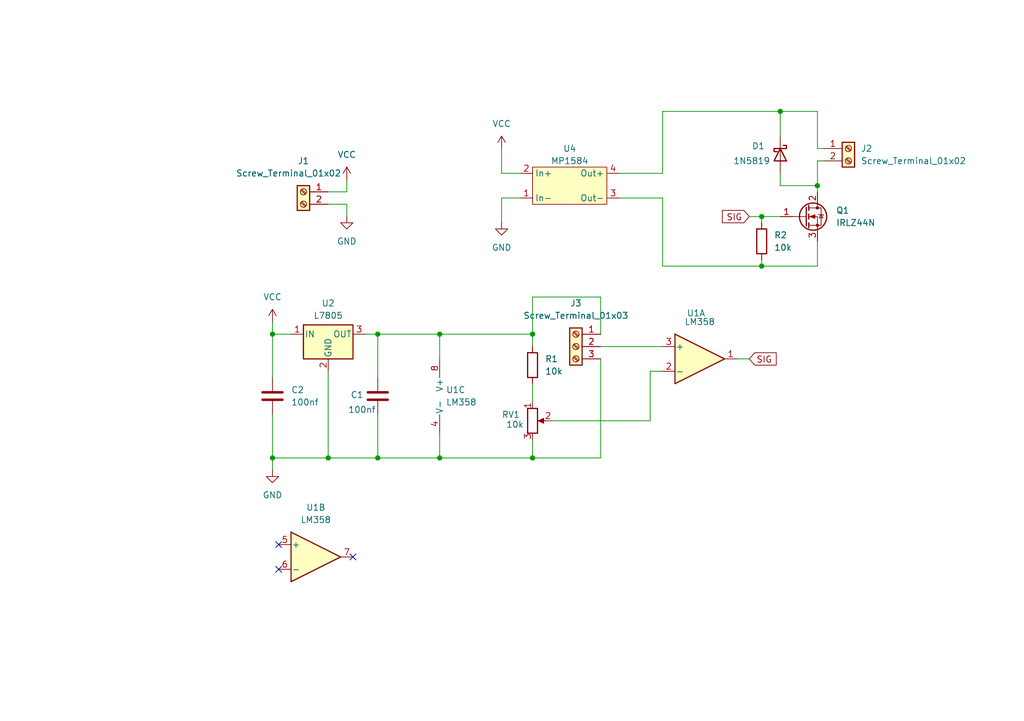
<source format=kicad_sch>
(kicad_sch (version 20231120) (generator "eeschema") (generator_version "8.0")
  (paper "A5")
  (title_block (title "Magnetic Levitator") (date "2024-05-29") (rev "1.0") (comment 1 "by: Steven and Nicholas") (comment 2 "tested") (comment 3 "1x3 screw terminal is for SS49e linear hall effect sensor") (comment 4 "screw terminals J2 & J3 replaced with JST EH connectors"))
  (lib_symbols
    (symbol "Amplifier_Operational:LM358" (pin_names (offset 0.127))
      (property "Reference" "U" (at 0 5.08 0))
      (property "Value" "LM358" (at 0 -5.08 0))
      (symbol "LM358_1_1"
        (polyline (pts (xy -5.08 5.08) (xy 5.08 0) (xy -5.08 -5.08) (xy -5.08 5.08)) (stroke (width 0.254)) (fill (type background)))
        (pin output line (at 7.62 0 180) (length 2.54) (name "~") (number "1"))
        (pin input line (at -7.62 -2.54 0) (length 2.54) (name "-") (number "2"))
        (pin input line (at -7.62 2.54 0) (length 2.54) (name "+") (number "3"))
      )
      (symbol "LM358_2_1"
        (polyline (pts (xy -5.08 5.08) (xy 5.08 0) (xy -5.08 -5.08) (xy -5.08 5.08)) (stroke (width 0.254)) (fill (type background)))
        (pin input line (at -7.62 2.54 0) (length 2.54) (name "+") (number "5"))
        (pin input line (at -7.62 -2.54 0) (length 2.54) (name "-") (number "6"))
        (pin output line (at 7.62 0 180) (length 2.54) (name "~") (number "7"))
      )
      (symbol "LM358_3_1"
        (pin power_in line (at -2.54 -7.62 90) (length 3.81) (name "V-") (number "4"))
        (pin power_in line (at -2.54 7.62 270) (length 3.81) (name "V+") (number "8"))
      )
    )
    (symbol "Connector:Screw_Terminal_01x02" (pin_names (offset 1.016) hide)
      (property "Reference" "J" (at 0 2.54 0))
      (property "Value" "Screw_Terminal_01x02" (at 0 -5.08 0))
      (symbol "Screw_Terminal_01x02_1_1"
        (rectangle (start -1.27 1.27) (end 1.27 -3.81) (stroke (width 0.254)) (fill (type background)))
        (circle (center 0 -2.54) (radius 0.635) (stroke (width 0.1524)))
        (polyline (pts (xy -0.5334 -2.2098) (xy 0.3302 -3.048)) (stroke (width 0.1524)))
        (polyline (pts (xy -0.5334 0.3302) (xy 0.3302 -0.508)) (stroke (width 0.1524)))
        (polyline (pts (xy -0.3556 -2.032) (xy 0.508 -2.8702)) (stroke (width 0.1524)))
        (polyline (pts (xy -0.3556 0.508) (xy 0.508 -0.3302)) (stroke (width 0.1524)))
        (circle (center 0 0) (radius 0.635) (stroke (width 0.1524)))
        (pin passive line (at -5.08 0 0) (length 3.81) (name "Pin_1") (number "1"))
        (pin passive line (at -5.08 -2.54 0) (length 3.81) (name "Pin_2") (number "2"))
      )
    )
    (symbol "Connector:Screw_Terminal_01x03" (pin_names (offset 1.016) hide)
      (property "Reference" "J3" (at 0 -8.89 0))
      (property "Value" "Screw_Terminal_01x03" (at 0 -6.35 0))
      (symbol "Screw_Terminal_01x03_1_1"
        (rectangle (start -1.27 3.81) (end 1.27 -3.81) (stroke (width 0.254)) (fill (type background)))
        (circle (center 0 -2.54) (radius 0.635) (stroke (width 0.1524)))
        (polyline (pts (xy -0.5334 -2.2098) (xy 0.3302 -3.048)) (stroke (width 0.1524)))
        (polyline (pts (xy -0.5334 0.3302) (xy 0.3302 -0.508)) (stroke (width 0.1524)))
        (polyline (pts (xy -0.5334 2.8702) (xy 0.3302 2.032)) (stroke (width 0.1524)))
        (polyline (pts (xy -0.3556 -2.032) (xy 0.508 -2.8702)) (stroke (width 0.1524)))
        (polyline (pts (xy -0.3556 0.508) (xy 0.508 -0.3302)) (stroke (width 0.1524)))
        (polyline (pts (xy -0.3556 3.048) (xy 0.508 2.2098)) (stroke (width 0.1524)))
        (circle (center 0 0) (radius 0.635) (stroke (width 0.1524)))
        (circle (center 0 2.54) (radius 0.635) (stroke (width 0.1524)))
        (pin passive line (at -5.08 -2.54 0) (length 3.81) (name "Pin_3") (number "1"))
        (pin passive line (at -5.08 0 0) (length 3.81) (name "Pin_2") (number "2"))
        (pin passive line (at -5.08 2.54 0) (length 3.81) (name "Pin_1") (number "3"))
      )
    )
    (symbol "Converters_Voltage:MP1584"
      (property "Reference" "U" (at 0 6.604 0))
      (symbol "MP1584_1_1"
        (rectangle (start -7.62 3.81) (end 7.62 -3.81) (fill (type background)))
        (pin input line (at -10.16 -2.54 0) (length 2.54) (name "In-") (number "1"))
        (pin input line (at -10.16 2.54 0) (length 2.54) (name "In+") (number "2"))
        (pin output line (at 10.16 -2.54 180) (length 2.54) (name "Out-") (number "3"))
        (pin output line (at 10.16 2.54 180) (length 2.54) (name "Out+") (number "4"))
      )
    )
    (symbol "Device:C" (pin_numbers hide) (pin_names (offset 0.254))
      (property "Reference" "C" (at 0.635 2.54 0))
      (property "Value" "C" (at 0.635 -2.54 0))
      (symbol "C_0_1"
        (polyline (pts (xy -2.032 -0.762) (xy 2.032 -0.762)) (stroke (width 0.508)))
        (polyline (pts (xy -2.032 0.762) (xy 2.032 0.762)) (stroke (width 0.508)))
      )
      (symbol "C_1_1"
        (pin passive line (at 0 3.81 270) (length 2.794) (name "~") (number "1"))
        (pin passive line (at 0 -3.81 90) (length 2.794) (name "~") (number "2"))
      )
    )
    (symbol "Device:R" (pin_numbers hide) (pin_names (offset 0))
      (property "Reference" "R" (at 2.032 0 90))
      (property "Value" "R" (at 0 0 90))
      (symbol "R_0_1"
        (rectangle (start -1.016 -2.54) (end 1.016 2.54) (stroke (width 0.254)))
      )
      (symbol "R_1_1"
        (pin passive line (at 0 3.81 270) (length 1.27) (name "~") (number "1"))
        (pin passive line (at 0 -3.81 90) (length 1.27) (name "~") (number "2"))
      )
    )
    (symbol "Device:R_Potentiometer" (pin_names (offset 1.016) hide)
      (property "Reference" "RV" (at -4.445 0 90))
      (property "Value" "R_Potentiometer" (at -2.54 0 90))
      (symbol "R_Potentiometer_0_1"
        (polyline (pts (xy 2.54 0) (xy 1.524 0)))
        (polyline (pts (xy 1.143 0) (xy 2.286 0.508) (xy 2.286 -0.508) (xy 1.143 0)) (fill (type outline)))
        (rectangle (start 1.016 2.54) (end -1.016 -2.54) (stroke (width 0.254)))
      )
      (symbol "R_Potentiometer_1_1"
        (pin passive line (at 0 3.81 270) (length 1.27) (name "1") (number "1"))
        (pin passive line (at 3.81 0 180) (length 1.27) (name "2") (number "2"))
        (pin passive line (at 0 -3.81 90) (length 1.27) (name "3") (number "3"))
      )
    )
    (symbol "Diode:1N5819" (pin_numbers hide) (pin_names (offset 1.016) hide)
      (property "Reference" "D" (at 0 2.54 0))
      (property "Value" "1N5819" (at 0 -2.54 0))
      (symbol "1N5819_0_1"
        (polyline (pts (xy 1.27 0) (xy -1.27 0)))
        (polyline (pts (xy 1.27 1.27) (xy 1.27 -1.27) (xy -1.27 0) (xy 1.27 1.27)) (stroke (width 0.254)))
        (polyline (pts (xy -1.905 0.635) (xy -1.905 1.27) (xy -1.27 1.27) (xy -1.27 -1.27) (xy -0.635 -1.27) (xy -0.635 -0.635)) (stroke (width 0.254)))
      )
      (symbol "1N5819_1_1"
        (pin passive line (at -3.81 0 0) (length 2.54) (name "K") (number "1"))
        (pin passive line (at 3.81 0 180) (length 2.54) (name "A") (number "2"))
      )
    )
    (symbol "Regulator_Linear:L7805" (pin_names (offset 0.254))
      (property "Reference" "U" (at -3.81 3.175 0))
      (property "Value" "L7805" (at 0 3.175 0))
      (symbol "L7805_0_1"
        (rectangle (start -5.08 1.905) (end 5.08 -5.08) (stroke (width 0.254)) (fill (type background)))
      )
      (symbol "L7805_1_1"
        (pin power_in line (at -7.62 0 0) (length 2.54) (name "IN") (number "1"))
        (pin power_in line (at 0 -7.62 90) (length 2.54) (name "GND") (number "2"))
        (pin power_out line (at 7.62 0 180) (length 2.54) (name "OUT") (number "3"))
      )
    )
    (symbol "Screw_Terminal_01x02_1" (pin_names (offset 1.016) hide)
      (property "Reference" "J1" (at 0 -8.89 0))
      (property "Value" "Screw_Terminal_01x02" (at 3.048 -6.35 0))
      (symbol "Screw_Terminal_01x02_1_1_1"
        (rectangle (start -1.27 1.27) (end 1.27 -3.81) (stroke (width 0.254)) (fill (type background)))
        (circle (center 0 -2.54) (radius 0.635) (stroke (width 0.1524)))
        (polyline (pts (xy -0.5334 -2.2098) (xy 0.3302 -3.048)) (stroke (width 0.1524)))
        (polyline (pts (xy -0.5334 0.3302) (xy 0.3302 -0.508)) (stroke (width 0.1524)))
        (polyline (pts (xy -0.3556 -2.032) (xy 0.508 -2.8702)) (stroke (width 0.1524)))
        (polyline (pts (xy -0.3556 0.508) (xy 0.508 -0.3302)) (stroke (width 0.1524)))
        (circle (center 0 0) (radius 0.635) (stroke (width 0.1524)))
        (pin passive line (at -5.08 -2.54 0) (length 3.81) (name "Pin_2") (number "1"))
        (pin passive line (at -5.08 0 0) (length 3.81) (name "Pin_1") (number "2"))
      )
    )
    (symbol "Transistor_FET:IRLZ44N" (pin_names hide)
      (property "Reference" "Q" (at 5.08 1.905 0))
      (property "Value" "IRLZ44N" (at 5.08 0 0))
      (symbol "IRLZ44N_0_1"
        (polyline (pts (xy 0.254 0) (xy -2.54 0)))
        (polyline (pts (xy 0.254 1.905) (xy 0.254 -1.905)) (stroke (width 0.254)))
        (polyline (pts (xy 0.762 -1.27) (xy 0.762 -2.286)) (stroke (width 0.254)))
        (polyline (pts (xy 0.762 0.508) (xy 0.762 -0.508)) (stroke (width 0.254)))
        (polyline (pts (xy 0.762 2.286) (xy 0.762 1.27)) (stroke (width 0.254)))
        (polyline (pts (xy 2.54 2.54) (xy 2.54 1.778)))
        (polyline (pts (xy 2.54 -2.54) (xy 2.54 0) (xy 0.762 0)))
        (polyline (pts (xy 0.762 -1.778) (xy 3.302 -1.778) (xy 3.302 1.778) (xy 0.762 1.778)))
        (polyline (pts (xy 1.016 0) (xy 2.032 0.381) (xy 2.032 -0.381) (xy 1.016 0)) (fill (type outline)))
        (polyline (pts (xy 2.794 0.508) (xy 2.921 0.381) (xy 3.683 0.381) (xy 3.81 0.254)))
        (polyline (pts (xy 3.302 0.381) (xy 2.921 -0.254) (xy 3.683 -0.254) (xy 3.302 0.381)))
        (circle (center 1.651 0) (radius 2.794) (stroke (width 0.254)))
        (circle (center 2.54 -1.778) (radius 0.254) (fill (type outline)))
        (circle (center 2.54 1.778) (radius 0.254) (fill (type outline)))
      )
      (symbol "IRLZ44N_1_1"
        (pin input line (at -5.08 0 0) (length 2.54) (name "G") (number "1"))
        (pin passive line (at 2.54 5.08 270) (length 2.54) (name "D") (number "2"))
        (pin passive line (at 2.54 -5.08 90) (length 2.54) (name "S") (number "3"))
      )
    )
    (symbol "power:GND" (power) (pin_numbers hide) (pin_names (offset 0) hide)
      (property "Value" "GND" (at 0 -3.81 0))
      (symbol "GND_0_1"
        (polyline (pts (xy 0 0) (xy 0 -1.27) (xy 1.27 -1.27) (xy 0 -2.54) (xy -1.27 -1.27) (xy 0 -1.27)))
      )
      (symbol "GND_1_1"
        (pin power_in line (at 0 0 270) (length 0) (name "~") (number "1"))
      )
    )
    (symbol "power:VCC" (power) (pin_numbers hide) (pin_names (offset 0) hide)
      (property "Value" "VCC" (at 0 3.556 0))
      (symbol "VCC_0_1"
        (polyline (pts (xy -0.762 1.27) (xy 0 2.54)))
        (polyline (pts (xy 0 0) (xy 0 2.54)))
        (polyline (pts (xy 0 2.54) (xy 0.762 1.27)))
      )
      (symbol "VCC_1_1"
        (pin power_in line (at 0 0 90) (length 0) (name "~") (number "1"))
      )
    )
  )
  (junction (at 160.02 22.86))
  (junction (at 109.22 93.98))
  (junction (at 156.21 54.61))
  (junction (at 109.22 68.58))
  (junction (at 90.17 68.58))
  (junction (at 167.64 38.1))
  (junction (at 77.47 93.98))
  (junction (at 55.88 93.98))
  (junction (at 55.88 68.58))
  (junction (at 156.21 44.45))
  (junction (at 90.17 93.98))
  (junction (at 67.31 93.98))
  (junction (at 77.47 68.58))
  (no_connect (at 57.15 111.76))
  (no_connect (at 57.15 116.84))
  (no_connect (at 72.39 114.3))
  (wire (pts (xy 102.87 40.64) (xy 106.68 40.64)))
  (wire (pts (xy 109.22 60.96) (xy 109.22 68.58)))
  (wire (pts (xy 156.21 54.61) (xy 167.64 54.61)))
  (wire (pts (xy 77.47 68.58) (xy 74.93 68.58)))
  (wire (pts (xy 160.02 22.86) (xy 167.64 22.86)))
  (wire (pts (xy 123.19 73.66) (xy 123.19 93.98)))
  (wire (pts (xy 151.13 73.66) (xy 153.67 73.66)))
  (wire (pts (xy 55.88 93.98) (xy 67.31 93.98)))
  (wire (pts (xy 71.12 39.37) (xy 67.31 39.37)))
  (wire (pts (xy 77.47 68.58) (xy 77.47 77.47)))
  (wire (pts (xy 90.17 88.9) (xy 90.17 93.98)))
  (wire (pts (xy 67.31 41.91) (xy 71.12 41.91)))
  (wire (pts (xy 160.02 35.56) (xy 160.02 38.1)))
  (wire (pts (xy 160.02 38.1) (xy 167.64 38.1)))
  (wire (pts (xy 77.47 85.09) (xy 77.47 93.98)))
  (wire (pts (xy 113.03 86.36) (xy 133.35 86.36)))
  (wire (pts (xy 109.22 78.74) (xy 109.22 82.55)))
  (wire (pts (xy 55.88 85.09) (xy 55.88 93.98)))
  (wire (pts (xy 156.21 44.45) (xy 160.02 44.45)))
  (wire (pts (xy 133.35 76.2) (xy 135.89 76.2)))
  (wire (pts (xy 55.88 66.04) (xy 55.88 68.58)))
  (wire (pts (xy 102.87 40.64) (xy 102.87 45.72)))
  (wire (pts (xy 55.88 96.52) (xy 55.88 93.98)))
  (wire (pts (xy 167.64 39.37) (xy 167.64 38.1)))
  (wire (pts (xy 67.31 76.2) (xy 67.31 93.98)))
  (wire (pts (xy 133.35 86.36) (xy 133.35 76.2)))
  (wire (pts (xy 135.89 35.56) (xy 127 35.56)))
  (wire (pts (xy 109.22 90.17) (xy 109.22 93.98)))
  (wire (pts (xy 135.89 54.61) (xy 156.21 54.61)))
  (wire (pts (xy 90.17 93.98) (xy 77.47 93.98)))
  (wire (pts (xy 123.19 71.12) (xy 135.89 71.12)))
  (wire (pts (xy 77.47 68.58) (xy 90.17 68.58)))
  (wire (pts (xy 55.88 68.58) (xy 59.69 68.58)))
  (wire (pts (xy 109.22 68.58) (xy 109.22 71.12)))
  (wire (pts (xy 153.67 44.45) (xy 156.21 44.45)))
  (wire (pts (xy 167.64 22.86) (xy 167.64 30.48)))
  (wire (pts (xy 123.19 60.96) (xy 109.22 60.96)))
  (wire (pts (xy 168.91 30.48) (xy 167.64 30.48)))
  (wire (pts (xy 135.89 22.86) (xy 160.02 22.86)))
  (wire (pts (xy 135.89 22.86) (xy 135.89 35.56)))
  (wire (pts (xy 71.12 41.91) (xy 71.12 44.45)))
  (wire (pts (xy 123.19 93.98) (xy 109.22 93.98)))
  (wire (pts (xy 102.87 35.56) (xy 106.68 35.56)))
  (wire (pts (xy 168.91 33.02) (xy 167.64 33.02)))
  (wire (pts (xy 109.22 93.98) (xy 90.17 93.98)))
  (wire (pts (xy 160.02 22.86) (xy 160.02 27.94)))
  (wire (pts (xy 135.89 40.64) (xy 135.89 54.61)))
  (wire (pts (xy 156.21 44.45) (xy 156.21 45.72)))
  (wire (pts (xy 67.31 93.98) (xy 77.47 93.98)))
  (wire (pts (xy 167.64 33.02) (xy 167.64 38.1)))
  (wire (pts (xy 90.17 68.58) (xy 90.17 73.66)))
  (wire (pts (xy 71.12 36.83) (xy 71.12 39.37)))
  (wire (pts (xy 55.88 68.58) (xy 55.88 77.47)))
  (wire (pts (xy 123.19 60.96) (xy 123.19 68.58)))
  (wire (pts (xy 156.21 53.34) (xy 156.21 54.61)))
  (wire (pts (xy 167.64 49.53) (xy 167.64 54.61)))
  (wire (pts (xy 127 40.64) (xy 135.89 40.64)))
  (wire (pts (xy 90.17 68.58) (xy 109.22 68.58)))
  (wire (pts (xy 102.87 30.48) (xy 102.87 35.56)))
  (global_label "SIG" (shape input) (at 153.67 73.66 0) (property "Intersheetrefs" "${INTERSHEET_REFS}" (effects (hide yes))))
  (global_label "SIG" (shape input) (at 153.67 44.45 180) (property "Intersheetrefs" "${INTERSHEET_REFS}" (effects (hide yes))))
  (symbol (lib_id "power:GND") (at 71.12 44.45 0) (unit 1)
    (property "Reference" "#PWR02" (effects (hide yes)))
    (property "Value" "GND" (at 71.12 49.53 0))
    (property "Description" "Power symbol creates a global label with name \"GND\" , ground" (effects (hide yes)))
  )
  (symbol (lib_id "power:VCC") (at 102.87 30.48 0) (unit 1)
    (property "Reference" "#PWR05" (effects (hide yes)))
    (property "Value" "VCC" (at 102.87 25.4 0))
    (property "Description" "Power symbol creates a global label with name \"VCC\"" (effects (hide yes)))
  )
  (symbol (lib_id "Amplifier_Operational:LM358") (at 64.77 114.3 0) (unit 2)
    (property "Reference" "U1" (at 64.77 104.14 0))
    (property "Value" "LM358" (at 64.77 106.68 0))
    (property "Footprint" "Package_DIP:DIP-8_W7.62mm_LongPads" (effects (hide yes)))
    (property "Datasheet" "http://www.ti.com/lit/ds/symlink/lm2904-n.pdf" (effects (hide yes)))
    (property "Description" "Low-Power, Dual Operational Amplifiers, DIP-8/SOIC-8/TO-99-8" (effects (hide yes)))
  )
  (symbol (lib_id "Connector:Screw_Terminal_01x03") (at 118.11 71.12 180) (unit 1)
    (property "Reference" "J3" (at 118.11 62.23 0))
    (property "Value" "Screw_Terminal_01x03" (at 118.11 64.77 0))
    (property "Footprint" "Connector_JST:JST_EH_B3B-EH-A_1x03_P2.50mm_Vertical" (effects (hide yes)))
    (property "Description" "Generic screw terminal, single row, 01x03, script generated (kicad-library-utils/schlib/autogen/connector/)" (effects (hide yes)))
  )
  (symbol (lib_id "Device:C") (at 55.88 81.28 0) (unit 1)
    (property "Reference" "C2" (at 59.69 80.0099 0) (effects (justify left)))
    (property "Value" "100nf" (at 59.69 82.5499 0) (effects (justify left)))
    (property "Footprint" "Capacitor_SMD:C_1206_3216Metric_Pad1.33x1.80mm_HandSolder" (effects (hide yes)))
    (property "Description" "Unpolarized capacitor" (effects (hide yes)))
  )
  (symbol (lib_id "Diode:1N5819") (at 160.02 31.75 270) (unit 1)
    (property "Reference" "D1" (at 154.178 29.972 90) (effects (justify left)))
    (property "Value" "1N5819" (at 150.368 33.02 90) (effects (justify left)))
    (property "Footprint" "Diode_THT:D_DO-41_SOD81_P10.16mm_Horizontal" (effects (hide yes)))
    (property "Datasheet" "http://www.vishay.com/docs/88525/1n5817.pdf" (effects (hide yes)))
    (property "Description" "40V 1A Schottky Barrier Rectifier Diode, DO-41" (effects (hide yes)))
  )
  (symbol (lib_id "Device:R_Potentiometer") (at 109.22 86.36 0) (unit 1)
    (property "Reference" "RV1" (at 106.68 85.0899 0) (effects (justify right)))
    (property "Value" "10k" (at 107.442 87.122 0) (effects (justify right)))
    (property "Footprint" "Potentiometer_THT:Potentiometer_Bourns_3296W_Vertical" (effects (hide yes)))
    (property "Description" "Potentiometer" (effects (hide yes)))
  )
  (symbol (lib_id "Device:R") (at 109.22 74.93 0) (unit 1)
    (property "Reference" "R1" (at 111.76 73.6599 0) (effects (justify left)))
    (property "Value" "10k" (at 111.76 76.1999 0) (effects (justify left)))
    (property "Footprint" "Resistor_SMD:R_0805_2012Metric_Pad1.20x1.40mm_HandSolder" (effects (hide yes)))
    (property "Description" "Resistor" (effects (hide yes)))
  )
  (symbol (lib_id "power:GND") (at 55.88 96.52 0) (unit 1)
    (property "Reference" "#PWR03" (effects (hide yes)))
    (property "Value" "GND" (at 55.88 101.6 0))
    (property "Description" "Power symbol creates a global label with name \"GND\" , ground" (effects (hide yes)))
  )
  (symbol (lib_id "Device:R") (at 156.21 49.53 0) (unit 1)
    (property "Reference" "R2" (at 158.75 48.2599 0) (effects (justify left)))
    (property "Value" "10k" (at 158.75 50.7999 0) (effects (justify left)))
    (property "Footprint" "Resistor_SMD:R_0805_2012Metric_Pad1.20x1.40mm_HandSolder" (effects (hide yes)))
    (property "Description" "Resistor" (effects (hide yes)))
  )
  (symbol (lib_id "Connector:Screw_Terminal_01x02") (at 173.99 30.48 0) (unit 1)
    (property "Reference" "J2" (at 176.53 30.4799 0) (effects (justify left)))
    (property "Value" "Screw_Terminal_01x02" (at 176.53 33.0199 0) (effects (justify left)))
    (property "Footprint" "Connector_JST:JST_EH_B2B-EH-A_1x02_P2.50mm_Vertical" (effects (hide yes)))
    (property "Description" "Generic screw terminal, single row, 01x02, script generated (kicad-library-utils/schlib/autogen/connector/)" (effects (hide yes)))
  )
  (symbol (lib_id "Device:C") (at 77.47 81.28 0) (unit 1)
    (property "Reference" "C1" (at 71.882 81.026 0) (effects (justify left)))
    (property "Value" "100nf" (at 71.374 84.074 0) (effects (justify left)))
    (property "Footprint" "Capacitor_SMD:C_1206_3216Metric_Pad1.33x1.80mm_HandSolder" (effects (hide yes)))
    (property "Description" "Unpolarized capacitor" (effects (hide yes)))
  )
  (symbol (lib_id "power:VCC") (at 71.12 36.83 0) (unit 1)
    (property "Reference" "#PWR01" (effects (hide yes)))
    (property "Value" "VCC" (at 71.12 31.75 0))
    (property "Description" "Power symbol creates a global label with name \"VCC\"" (effects (hide yes)))
  )
  (symbol (lib_id "power:GND") (at 102.87 45.72 0) (unit 1)
    (property "Reference" "#PWR06" (effects (hide yes)))
    (property "Value" "GND" (at 102.87 50.8 0))
    (property "Description" "Power symbol creates a global label with name \"GND\" , ground" (effects (hide yes)))
  )
  (symbol (lib_id "Transistor_FET:IRLZ44N") (at 165.1 44.45 0) (unit 1)
    (property "Reference" "Q1" (at 171.45 43.1799 0) (effects (justify left)))
    (property "Value" "IRLZ44N" (at 171.45 45.7199 0) (effects (justify left)))
    (property "Footprint" "Package_TO_SOT_THT:TO-220-3_Vertical" (effects (hide yes)))
    (property "Datasheet" "http://www.irf.com/product-info/datasheets/data/irlz44n.pdf" (effects (hide yes)))
    (property "Description" "47A Id, 55V Vds, 22mOhm Rds Single N-Channel HEXFET Power MOSFET, TO-220AB" (effects (hide yes)))
  )
  (symbol (lib_id "Regulator_Linear:L7805") (at 67.31 68.58 0) (unit 1)
    (property "Reference" "U2" (at 67.31 62.23 0))
    (property "Value" "L7805" (at 67.31 64.77 0))
    (property "Footprint" "Package_TO_SOT_THT:TO-92_Inline_Wide" (effects (hide yes)))
    (property "Datasheet" "http://www.st.com/content/ccc/resource/technical/document/datasheet/41/4f/b3/b0/12/d4/47/88/CD00000444.pdf/files/CD00000444.pdf/jcr:content/translations/en.CD00000444.pdf" (effects (hide yes)))
    (property "Description" "Positive 1.5A 35V Linear Regulator, Fixed Output 5V, TO-220/TO-263/TO-252" (effects (hide yes)))
  )
  (symbol (lib_id "Converters_Voltage:MP1584") (at 116.84 38.1 0) (unit 1)
    (property "Reference" "U4" (at 116.84 30.48 0))
    (property "Value" "MP1584" (at 116.84 33.02 0))
    (property "Footprint" "Module:MP1584" (effects (hide yes)))
  )
  (symbol (lib_name "Screw_Terminal_01x02_1") (lib_id "Connector:Screw_Terminal_01x02") (at 62.23 41.91 180) (unit 1)
    (property "Reference" "J1" (at 62.23 33.02 0))
    (property "Value" "Screw_Terminal_01x02" (at 59.182 35.56 0))
    (property "Footprint" "Connector:Screw terminal" (effects (hide yes)))
    (property "Description" "Generic screw terminal, single row, 01x02, script generated (kicad-library-utils/schlib/autogen/connector/)" (effects (hide yes)))
  )
  (symbol (lib_id "power:VCC") (at 55.88 66.04 0) (unit 1)
    (property "Reference" "#PWR04" (effects (hide yes)))
    (property "Value" "VCC" (at 55.88 60.96 0))
    (property "Description" "Power symbol creates a global label with name \"VCC\"" (effects (hide yes)))
  )
  (symbol (lib_id "Amplifier_Operational:LM358") (at 92.71 81.28 0) (unit 3)
    (property "Reference" "U1" (at 91.44 80.0099 0) (effects (justify left)))
    (property "Value" "LM358" (at 91.44 82.5499 0) (effects (justify left)))
    (property "Footprint" "Package_DIP:DIP-8_W7.62mm_LongPads" (effects (hide yes)))
    (property "Datasheet" "http://www.ti.com/lit/ds/symlink/lm2904-n.pdf" (effects (hide yes)))
    (property "Description" "Low-Power, Dual Operational Amplifiers, DIP-8/SOIC-8/TO-99-8" (effects (hide yes)))
  )
  (symbol (lib_id "Amplifier_Operational:LM358") (at 143.51 73.66 0) (unit 1)
    (property "Reference" "U1" (at 142.748 64.262 0))
    (property "Value" "LM358" (at 143.51 66.04 0))
    (property "Footprint" "Package_DIP:DIP-8_W7.62mm_LongPads" (effects (hide yes)))
    (property "Datasheet" "http://www.ti.com/lit/ds/symlink/lm2904-n.pdf" (effects (hide yes)))
    (property "Description" "Low-Power, Dual Operational Amplifiers, DIP-8/SOIC-8/TO-99-8" (effects (hide yes)))
  )
)
</source>
